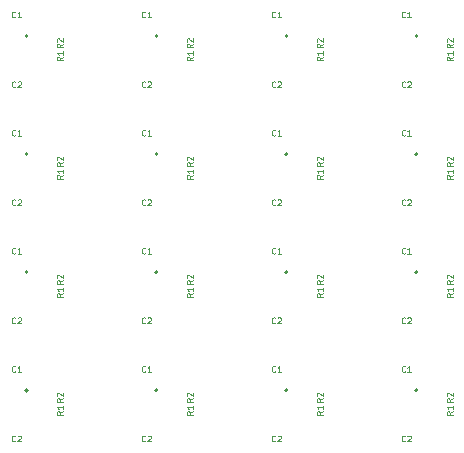
<source format=gbr>
G04 #@! TF.GenerationSoftware,KiCad,Pcbnew,5.1.5-52549c5~84~ubuntu18.04.1*
G04 #@! TF.CreationDate,2020-10-30T11:30:54+01:00*
G04 #@! TF.ProjectId,output.load_cell_panel,6f757470-7574-42e6-9c6f-61645f63656c,rev?*
G04 #@! TF.SameCoordinates,Original*
G04 #@! TF.FileFunction,Legend,Top*
G04 #@! TF.FilePolarity,Positive*
%FSLAX46Y46*%
G04 Gerber Fmt 4.6, Leading zero omitted, Abs format (unit mm)*
G04 Created by KiCad (PCBNEW 5.1.5-52549c5~84~ubuntu18.04.1) date 2020-10-30 11:30:54*
%MOMM*%
%LPD*%
G04 APERTURE LIST*
%ADD10C,0.200000*%
%ADD11C,0.125000*%
%ADD12C,0.150000*%
G04 APERTURE END LIST*
D10*
X166250000Y-91900000D02*
G75*
G03X166250000Y-91900000I-100000J0D01*
G01*
X144250000Y-81900000D02*
G75*
G03X144250000Y-81900000I-100000J0D01*
G01*
X166250000Y-101900000D02*
G75*
G03X166250000Y-101900000I-100000J0D01*
G01*
X166250000Y-71900000D02*
G75*
G03X166250000Y-71900000I-100000J0D01*
G01*
X144250000Y-101900000D02*
G75*
G03X144250000Y-101900000I-100000J0D01*
G01*
X144250000Y-91900000D02*
G75*
G03X144250000Y-91900000I-100000J0D01*
G01*
X155250000Y-71900000D02*
G75*
G03X155250000Y-71900000I-100000J0D01*
G01*
X155250000Y-81900000D02*
G75*
G03X155250000Y-81900000I-100000J0D01*
G01*
X144250000Y-71900000D02*
G75*
G03X144250000Y-71900000I-100000J0D01*
G01*
X155250000Y-101900000D02*
G75*
G03X155250000Y-101900000I-100000J0D01*
G01*
X155250000Y-91900000D02*
G75*
G03X155250000Y-91900000I-100000J0D01*
G01*
X166250000Y-81900000D02*
G75*
G03X166250000Y-81900000I-100000J0D01*
G01*
X133250000Y-91900000D02*
G75*
G03X133250000Y-91900000I-100000J0D01*
G01*
X133250000Y-101900000D02*
G75*
G03X133250000Y-101900000I-100000J0D01*
G01*
X133250000Y-81900000D02*
G75*
G03X133250000Y-81900000I-100000J0D01*
G01*
X133250000Y-71900000D02*
G75*
G03X133250000Y-71900000I-100000J0D01*
G01*
D11*
X165216666Y-96178571D02*
X165192857Y-96202380D01*
X165121428Y-96226190D01*
X165073809Y-96226190D01*
X165002380Y-96202380D01*
X164954761Y-96154761D01*
X164930952Y-96107142D01*
X164907142Y-96011904D01*
X164907142Y-95940476D01*
X164930952Y-95845238D01*
X164954761Y-95797619D01*
X165002380Y-95750000D01*
X165073809Y-95726190D01*
X165121428Y-95726190D01*
X165192857Y-95750000D01*
X165216666Y-95773809D01*
X165407142Y-95773809D02*
X165430952Y-95750000D01*
X165478571Y-95726190D01*
X165597619Y-95726190D01*
X165645238Y-95750000D01*
X165669047Y-95773809D01*
X165692857Y-95821428D01*
X165692857Y-95869047D01*
X165669047Y-95940476D01*
X165383333Y-96226190D01*
X165692857Y-96226190D01*
D12*
D11*
X154216666Y-96178571D02*
X154192857Y-96202380D01*
X154121428Y-96226190D01*
X154073809Y-96226190D01*
X154002380Y-96202380D01*
X153954761Y-96154761D01*
X153930952Y-96107142D01*
X153907142Y-96011904D01*
X153907142Y-95940476D01*
X153930952Y-95845238D01*
X153954761Y-95797619D01*
X154002380Y-95750000D01*
X154073809Y-95726190D01*
X154121428Y-95726190D01*
X154192857Y-95750000D01*
X154216666Y-95773809D01*
X154407142Y-95773809D02*
X154430952Y-95750000D01*
X154478571Y-95726190D01*
X154597619Y-95726190D01*
X154645238Y-95750000D01*
X154669047Y-95773809D01*
X154692857Y-95821428D01*
X154692857Y-95869047D01*
X154669047Y-95940476D01*
X154383333Y-96226190D01*
X154692857Y-96226190D01*
D12*
D11*
X143216666Y-96178571D02*
X143192857Y-96202380D01*
X143121428Y-96226190D01*
X143073809Y-96226190D01*
X143002380Y-96202380D01*
X142954761Y-96154761D01*
X142930952Y-96107142D01*
X142907142Y-96011904D01*
X142907142Y-95940476D01*
X142930952Y-95845238D01*
X142954761Y-95797619D01*
X143002380Y-95750000D01*
X143073809Y-95726190D01*
X143121428Y-95726190D01*
X143192857Y-95750000D01*
X143216666Y-95773809D01*
X143407142Y-95773809D02*
X143430952Y-95750000D01*
X143478571Y-95726190D01*
X143597619Y-95726190D01*
X143645238Y-95750000D01*
X143669047Y-95773809D01*
X143692857Y-95821428D01*
X143692857Y-95869047D01*
X143669047Y-95940476D01*
X143383333Y-96226190D01*
X143692857Y-96226190D01*
D12*
D11*
X154216666Y-106178571D02*
X154192857Y-106202380D01*
X154121428Y-106226190D01*
X154073809Y-106226190D01*
X154002380Y-106202380D01*
X153954761Y-106154761D01*
X153930952Y-106107142D01*
X153907142Y-106011904D01*
X153907142Y-105940476D01*
X153930952Y-105845238D01*
X153954761Y-105797619D01*
X154002380Y-105750000D01*
X154073809Y-105726190D01*
X154121428Y-105726190D01*
X154192857Y-105750000D01*
X154216666Y-105773809D01*
X154407142Y-105773809D02*
X154430952Y-105750000D01*
X154478571Y-105726190D01*
X154597619Y-105726190D01*
X154645238Y-105750000D01*
X154669047Y-105773809D01*
X154692857Y-105821428D01*
X154692857Y-105869047D01*
X154669047Y-105940476D01*
X154383333Y-106226190D01*
X154692857Y-106226190D01*
D12*
D11*
X143216666Y-106178571D02*
X143192857Y-106202380D01*
X143121428Y-106226190D01*
X143073809Y-106226190D01*
X143002380Y-106202380D01*
X142954761Y-106154761D01*
X142930952Y-106107142D01*
X142907142Y-106011904D01*
X142907142Y-105940476D01*
X142930952Y-105845238D01*
X142954761Y-105797619D01*
X143002380Y-105750000D01*
X143073809Y-105726190D01*
X143121428Y-105726190D01*
X143192857Y-105750000D01*
X143216666Y-105773809D01*
X143407142Y-105773809D02*
X143430952Y-105750000D01*
X143478571Y-105726190D01*
X143597619Y-105726190D01*
X143645238Y-105750000D01*
X143669047Y-105773809D01*
X143692857Y-105821428D01*
X143692857Y-105869047D01*
X143669047Y-105940476D01*
X143383333Y-106226190D01*
X143692857Y-106226190D01*
D12*
D11*
X165216666Y-70278571D02*
X165192857Y-70302380D01*
X165121428Y-70326190D01*
X165073809Y-70326190D01*
X165002380Y-70302380D01*
X164954761Y-70254761D01*
X164930952Y-70207142D01*
X164907142Y-70111904D01*
X164907142Y-70040476D01*
X164930952Y-69945238D01*
X164954761Y-69897619D01*
X165002380Y-69850000D01*
X165073809Y-69826190D01*
X165121428Y-69826190D01*
X165192857Y-69850000D01*
X165216666Y-69873809D01*
X165692857Y-70326190D02*
X165407142Y-70326190D01*
X165550000Y-70326190D02*
X165550000Y-69826190D01*
X165502380Y-69897619D01*
X165454761Y-69945238D01*
X165407142Y-69969047D01*
D12*
D11*
X143216666Y-90278571D02*
X143192857Y-90302380D01*
X143121428Y-90326190D01*
X143073809Y-90326190D01*
X143002380Y-90302380D01*
X142954761Y-90254761D01*
X142930952Y-90207142D01*
X142907142Y-90111904D01*
X142907142Y-90040476D01*
X142930952Y-89945238D01*
X142954761Y-89897619D01*
X143002380Y-89850000D01*
X143073809Y-89826190D01*
X143121428Y-89826190D01*
X143192857Y-89850000D01*
X143216666Y-89873809D01*
X143692857Y-90326190D02*
X143407142Y-90326190D01*
X143550000Y-90326190D02*
X143550000Y-89826190D01*
X143502380Y-89897619D01*
X143454761Y-89945238D01*
X143407142Y-89969047D01*
D12*
D11*
X169226190Y-92583333D02*
X168988095Y-92750000D01*
X169226190Y-92869047D02*
X168726190Y-92869047D01*
X168726190Y-92678571D01*
X168750000Y-92630952D01*
X168773809Y-92607142D01*
X168821428Y-92583333D01*
X168892857Y-92583333D01*
X168940476Y-92607142D01*
X168964285Y-92630952D01*
X168988095Y-92678571D01*
X168988095Y-92869047D01*
X168773809Y-92392857D02*
X168750000Y-92369047D01*
X168726190Y-92321428D01*
X168726190Y-92202380D01*
X168750000Y-92154761D01*
X168773809Y-92130952D01*
X168821428Y-92107142D01*
X168869047Y-92107142D01*
X168940476Y-92130952D01*
X169226190Y-92416666D01*
X169226190Y-92107142D01*
D12*
D11*
X158226190Y-92583333D02*
X157988095Y-92750000D01*
X158226190Y-92869047D02*
X157726190Y-92869047D01*
X157726190Y-92678571D01*
X157750000Y-92630952D01*
X157773809Y-92607142D01*
X157821428Y-92583333D01*
X157892857Y-92583333D01*
X157940476Y-92607142D01*
X157964285Y-92630952D01*
X157988095Y-92678571D01*
X157988095Y-92869047D01*
X157773809Y-92392857D02*
X157750000Y-92369047D01*
X157726190Y-92321428D01*
X157726190Y-92202380D01*
X157750000Y-92154761D01*
X157773809Y-92130952D01*
X157821428Y-92107142D01*
X157869047Y-92107142D01*
X157940476Y-92130952D01*
X158226190Y-92416666D01*
X158226190Y-92107142D01*
D12*
D11*
X169226190Y-73683333D02*
X168988095Y-73850000D01*
X169226190Y-73969047D02*
X168726190Y-73969047D01*
X168726190Y-73778571D01*
X168750000Y-73730952D01*
X168773809Y-73707142D01*
X168821428Y-73683333D01*
X168892857Y-73683333D01*
X168940476Y-73707142D01*
X168964285Y-73730952D01*
X168988095Y-73778571D01*
X168988095Y-73969047D01*
X169226190Y-73207142D02*
X169226190Y-73492857D01*
X169226190Y-73350000D02*
X168726190Y-73350000D01*
X168797619Y-73397619D01*
X168845238Y-73445238D01*
X168869047Y-73492857D01*
D12*
D11*
X154216666Y-100278571D02*
X154192857Y-100302380D01*
X154121428Y-100326190D01*
X154073809Y-100326190D01*
X154002380Y-100302380D01*
X153954761Y-100254761D01*
X153930952Y-100207142D01*
X153907142Y-100111904D01*
X153907142Y-100040476D01*
X153930952Y-99945238D01*
X153954761Y-99897619D01*
X154002380Y-99850000D01*
X154073809Y-99826190D01*
X154121428Y-99826190D01*
X154192857Y-99850000D01*
X154216666Y-99873809D01*
X154692857Y-100326190D02*
X154407142Y-100326190D01*
X154550000Y-100326190D02*
X154550000Y-99826190D01*
X154502380Y-99897619D01*
X154454761Y-99945238D01*
X154407142Y-99969047D01*
D12*
D11*
X147226190Y-93683333D02*
X146988095Y-93850000D01*
X147226190Y-93969047D02*
X146726190Y-93969047D01*
X146726190Y-93778571D01*
X146750000Y-93730952D01*
X146773809Y-93707142D01*
X146821428Y-93683333D01*
X146892857Y-93683333D01*
X146940476Y-93707142D01*
X146964285Y-93730952D01*
X146988095Y-93778571D01*
X146988095Y-93969047D01*
X147226190Y-93207142D02*
X147226190Y-93492857D01*
X147226190Y-93350000D02*
X146726190Y-93350000D01*
X146797619Y-93397619D01*
X146845238Y-93445238D01*
X146869047Y-93492857D01*
D12*
D11*
X158226190Y-93683333D02*
X157988095Y-93850000D01*
X158226190Y-93969047D02*
X157726190Y-93969047D01*
X157726190Y-93778571D01*
X157750000Y-93730952D01*
X157773809Y-93707142D01*
X157821428Y-93683333D01*
X157892857Y-93683333D01*
X157940476Y-93707142D01*
X157964285Y-93730952D01*
X157988095Y-93778571D01*
X157988095Y-93969047D01*
X158226190Y-93207142D02*
X158226190Y-93492857D01*
X158226190Y-93350000D02*
X157726190Y-93350000D01*
X157797619Y-93397619D01*
X157845238Y-93445238D01*
X157869047Y-93492857D01*
D12*
D11*
X147226190Y-92583333D02*
X146988095Y-92750000D01*
X147226190Y-92869047D02*
X146726190Y-92869047D01*
X146726190Y-92678571D01*
X146750000Y-92630952D01*
X146773809Y-92607142D01*
X146821428Y-92583333D01*
X146892857Y-92583333D01*
X146940476Y-92607142D01*
X146964285Y-92630952D01*
X146988095Y-92678571D01*
X146988095Y-92869047D01*
X146773809Y-92392857D02*
X146750000Y-92369047D01*
X146726190Y-92321428D01*
X146726190Y-92202380D01*
X146750000Y-92154761D01*
X146773809Y-92130952D01*
X146821428Y-92107142D01*
X146869047Y-92107142D01*
X146940476Y-92130952D01*
X147226190Y-92416666D01*
X147226190Y-92107142D01*
D12*
D11*
X169226190Y-93683333D02*
X168988095Y-93850000D01*
X169226190Y-93969047D02*
X168726190Y-93969047D01*
X168726190Y-93778571D01*
X168750000Y-93730952D01*
X168773809Y-93707142D01*
X168821428Y-93683333D01*
X168892857Y-93683333D01*
X168940476Y-93707142D01*
X168964285Y-93730952D01*
X168988095Y-93778571D01*
X168988095Y-93969047D01*
X169226190Y-93207142D02*
X169226190Y-93492857D01*
X169226190Y-93350000D02*
X168726190Y-93350000D01*
X168797619Y-93397619D01*
X168845238Y-93445238D01*
X168869047Y-93492857D01*
D12*
D11*
X147226190Y-83683333D02*
X146988095Y-83850000D01*
X147226190Y-83969047D02*
X146726190Y-83969047D01*
X146726190Y-83778571D01*
X146750000Y-83730952D01*
X146773809Y-83707142D01*
X146821428Y-83683333D01*
X146892857Y-83683333D01*
X146940476Y-83707142D01*
X146964285Y-83730952D01*
X146988095Y-83778571D01*
X146988095Y-83969047D01*
X147226190Y-83207142D02*
X147226190Y-83492857D01*
X147226190Y-83350000D02*
X146726190Y-83350000D01*
X146797619Y-83397619D01*
X146845238Y-83445238D01*
X146869047Y-83492857D01*
D12*
D11*
X147226190Y-73683333D02*
X146988095Y-73850000D01*
X147226190Y-73969047D02*
X146726190Y-73969047D01*
X146726190Y-73778571D01*
X146750000Y-73730952D01*
X146773809Y-73707142D01*
X146821428Y-73683333D01*
X146892857Y-73683333D01*
X146940476Y-73707142D01*
X146964285Y-73730952D01*
X146988095Y-73778571D01*
X146988095Y-73969047D01*
X147226190Y-73207142D02*
X147226190Y-73492857D01*
X147226190Y-73350000D02*
X146726190Y-73350000D01*
X146797619Y-73397619D01*
X146845238Y-73445238D01*
X146869047Y-73492857D01*
D12*
D11*
X154216666Y-90278571D02*
X154192857Y-90302380D01*
X154121428Y-90326190D01*
X154073809Y-90326190D01*
X154002380Y-90302380D01*
X153954761Y-90254761D01*
X153930952Y-90207142D01*
X153907142Y-90111904D01*
X153907142Y-90040476D01*
X153930952Y-89945238D01*
X153954761Y-89897619D01*
X154002380Y-89850000D01*
X154073809Y-89826190D01*
X154121428Y-89826190D01*
X154192857Y-89850000D01*
X154216666Y-89873809D01*
X154692857Y-90326190D02*
X154407142Y-90326190D01*
X154550000Y-90326190D02*
X154550000Y-89826190D01*
X154502380Y-89897619D01*
X154454761Y-89945238D01*
X154407142Y-89969047D01*
D12*
D11*
X147226190Y-103683333D02*
X146988095Y-103850000D01*
X147226190Y-103969047D02*
X146726190Y-103969047D01*
X146726190Y-103778571D01*
X146750000Y-103730952D01*
X146773809Y-103707142D01*
X146821428Y-103683333D01*
X146892857Y-103683333D01*
X146940476Y-103707142D01*
X146964285Y-103730952D01*
X146988095Y-103778571D01*
X146988095Y-103969047D01*
X147226190Y-103207142D02*
X147226190Y-103492857D01*
X147226190Y-103350000D02*
X146726190Y-103350000D01*
X146797619Y-103397619D01*
X146845238Y-103445238D01*
X146869047Y-103492857D01*
D12*
D11*
X169226190Y-72583333D02*
X168988095Y-72750000D01*
X169226190Y-72869047D02*
X168726190Y-72869047D01*
X168726190Y-72678571D01*
X168750000Y-72630952D01*
X168773809Y-72607142D01*
X168821428Y-72583333D01*
X168892857Y-72583333D01*
X168940476Y-72607142D01*
X168964285Y-72630952D01*
X168988095Y-72678571D01*
X168988095Y-72869047D01*
X168773809Y-72392857D02*
X168750000Y-72369047D01*
X168726190Y-72321428D01*
X168726190Y-72202380D01*
X168750000Y-72154761D01*
X168773809Y-72130952D01*
X168821428Y-72107142D01*
X168869047Y-72107142D01*
X168940476Y-72130952D01*
X169226190Y-72416666D01*
X169226190Y-72107142D01*
D12*
D11*
X165216666Y-100278571D02*
X165192857Y-100302380D01*
X165121428Y-100326190D01*
X165073809Y-100326190D01*
X165002380Y-100302380D01*
X164954761Y-100254761D01*
X164930952Y-100207142D01*
X164907142Y-100111904D01*
X164907142Y-100040476D01*
X164930952Y-99945238D01*
X164954761Y-99897619D01*
X165002380Y-99850000D01*
X165073809Y-99826190D01*
X165121428Y-99826190D01*
X165192857Y-99850000D01*
X165216666Y-99873809D01*
X165692857Y-100326190D02*
X165407142Y-100326190D01*
X165550000Y-100326190D02*
X165550000Y-99826190D01*
X165502380Y-99897619D01*
X165454761Y-99945238D01*
X165407142Y-99969047D01*
D12*
D11*
X158226190Y-103683333D02*
X157988095Y-103850000D01*
X158226190Y-103969047D02*
X157726190Y-103969047D01*
X157726190Y-103778571D01*
X157750000Y-103730952D01*
X157773809Y-103707142D01*
X157821428Y-103683333D01*
X157892857Y-103683333D01*
X157940476Y-103707142D01*
X157964285Y-103730952D01*
X157988095Y-103778571D01*
X157988095Y-103969047D01*
X158226190Y-103207142D02*
X158226190Y-103492857D01*
X158226190Y-103350000D02*
X157726190Y-103350000D01*
X157797619Y-103397619D01*
X157845238Y-103445238D01*
X157869047Y-103492857D01*
D12*
D11*
X169226190Y-103683333D02*
X168988095Y-103850000D01*
X169226190Y-103969047D02*
X168726190Y-103969047D01*
X168726190Y-103778571D01*
X168750000Y-103730952D01*
X168773809Y-103707142D01*
X168821428Y-103683333D01*
X168892857Y-103683333D01*
X168940476Y-103707142D01*
X168964285Y-103730952D01*
X168988095Y-103778571D01*
X168988095Y-103969047D01*
X169226190Y-103207142D02*
X169226190Y-103492857D01*
X169226190Y-103350000D02*
X168726190Y-103350000D01*
X168797619Y-103397619D01*
X168845238Y-103445238D01*
X168869047Y-103492857D01*
D12*
D11*
X158226190Y-102583333D02*
X157988095Y-102750000D01*
X158226190Y-102869047D02*
X157726190Y-102869047D01*
X157726190Y-102678571D01*
X157750000Y-102630952D01*
X157773809Y-102607142D01*
X157821428Y-102583333D01*
X157892857Y-102583333D01*
X157940476Y-102607142D01*
X157964285Y-102630952D01*
X157988095Y-102678571D01*
X157988095Y-102869047D01*
X157773809Y-102392857D02*
X157750000Y-102369047D01*
X157726190Y-102321428D01*
X157726190Y-102202380D01*
X157750000Y-102154761D01*
X157773809Y-102130952D01*
X157821428Y-102107142D01*
X157869047Y-102107142D01*
X157940476Y-102130952D01*
X158226190Y-102416666D01*
X158226190Y-102107142D01*
D12*
D11*
X154216666Y-80278571D02*
X154192857Y-80302380D01*
X154121428Y-80326190D01*
X154073809Y-80326190D01*
X154002380Y-80302380D01*
X153954761Y-80254761D01*
X153930952Y-80207142D01*
X153907142Y-80111904D01*
X153907142Y-80040476D01*
X153930952Y-79945238D01*
X153954761Y-79897619D01*
X154002380Y-79850000D01*
X154073809Y-79826190D01*
X154121428Y-79826190D01*
X154192857Y-79850000D01*
X154216666Y-79873809D01*
X154692857Y-80326190D02*
X154407142Y-80326190D01*
X154550000Y-80326190D02*
X154550000Y-79826190D01*
X154502380Y-79897619D01*
X154454761Y-79945238D01*
X154407142Y-79969047D01*
D12*
D11*
X158226190Y-83683333D02*
X157988095Y-83850000D01*
X158226190Y-83969047D02*
X157726190Y-83969047D01*
X157726190Y-83778571D01*
X157750000Y-83730952D01*
X157773809Y-83707142D01*
X157821428Y-83683333D01*
X157892857Y-83683333D01*
X157940476Y-83707142D01*
X157964285Y-83730952D01*
X157988095Y-83778571D01*
X157988095Y-83969047D01*
X158226190Y-83207142D02*
X158226190Y-83492857D01*
X158226190Y-83350000D02*
X157726190Y-83350000D01*
X157797619Y-83397619D01*
X157845238Y-83445238D01*
X157869047Y-83492857D01*
D12*
D11*
X165216666Y-90278571D02*
X165192857Y-90302380D01*
X165121428Y-90326190D01*
X165073809Y-90326190D01*
X165002380Y-90302380D01*
X164954761Y-90254761D01*
X164930952Y-90207142D01*
X164907142Y-90111904D01*
X164907142Y-90040476D01*
X164930952Y-89945238D01*
X164954761Y-89897619D01*
X165002380Y-89850000D01*
X165073809Y-89826190D01*
X165121428Y-89826190D01*
X165192857Y-89850000D01*
X165216666Y-89873809D01*
X165692857Y-90326190D02*
X165407142Y-90326190D01*
X165550000Y-90326190D02*
X165550000Y-89826190D01*
X165502380Y-89897619D01*
X165454761Y-89945238D01*
X165407142Y-89969047D01*
D12*
D11*
X147226190Y-102583333D02*
X146988095Y-102750000D01*
X147226190Y-102869047D02*
X146726190Y-102869047D01*
X146726190Y-102678571D01*
X146750000Y-102630952D01*
X146773809Y-102607142D01*
X146821428Y-102583333D01*
X146892857Y-102583333D01*
X146940476Y-102607142D01*
X146964285Y-102630952D01*
X146988095Y-102678571D01*
X146988095Y-102869047D01*
X146773809Y-102392857D02*
X146750000Y-102369047D01*
X146726190Y-102321428D01*
X146726190Y-102202380D01*
X146750000Y-102154761D01*
X146773809Y-102130952D01*
X146821428Y-102107142D01*
X146869047Y-102107142D01*
X146940476Y-102130952D01*
X147226190Y-102416666D01*
X147226190Y-102107142D01*
D12*
D11*
X158226190Y-73683333D02*
X157988095Y-73850000D01*
X158226190Y-73969047D02*
X157726190Y-73969047D01*
X157726190Y-73778571D01*
X157750000Y-73730952D01*
X157773809Y-73707142D01*
X157821428Y-73683333D01*
X157892857Y-73683333D01*
X157940476Y-73707142D01*
X157964285Y-73730952D01*
X157988095Y-73778571D01*
X157988095Y-73969047D01*
X158226190Y-73207142D02*
X158226190Y-73492857D01*
X158226190Y-73350000D02*
X157726190Y-73350000D01*
X157797619Y-73397619D01*
X157845238Y-73445238D01*
X157869047Y-73492857D01*
D12*
D11*
X147226190Y-82583333D02*
X146988095Y-82750000D01*
X147226190Y-82869047D02*
X146726190Y-82869047D01*
X146726190Y-82678571D01*
X146750000Y-82630952D01*
X146773809Y-82607142D01*
X146821428Y-82583333D01*
X146892857Y-82583333D01*
X146940476Y-82607142D01*
X146964285Y-82630952D01*
X146988095Y-82678571D01*
X146988095Y-82869047D01*
X146773809Y-82392857D02*
X146750000Y-82369047D01*
X146726190Y-82321428D01*
X146726190Y-82202380D01*
X146750000Y-82154761D01*
X146773809Y-82130952D01*
X146821428Y-82107142D01*
X146869047Y-82107142D01*
X146940476Y-82130952D01*
X147226190Y-82416666D01*
X147226190Y-82107142D01*
D12*
D11*
X143216666Y-70278571D02*
X143192857Y-70302380D01*
X143121428Y-70326190D01*
X143073809Y-70326190D01*
X143002380Y-70302380D01*
X142954761Y-70254761D01*
X142930952Y-70207142D01*
X142907142Y-70111904D01*
X142907142Y-70040476D01*
X142930952Y-69945238D01*
X142954761Y-69897619D01*
X143002380Y-69850000D01*
X143073809Y-69826190D01*
X143121428Y-69826190D01*
X143192857Y-69850000D01*
X143216666Y-69873809D01*
X143692857Y-70326190D02*
X143407142Y-70326190D01*
X143550000Y-70326190D02*
X143550000Y-69826190D01*
X143502380Y-69897619D01*
X143454761Y-69945238D01*
X143407142Y-69969047D01*
D12*
D11*
X169226190Y-83683333D02*
X168988095Y-83850000D01*
X169226190Y-83969047D02*
X168726190Y-83969047D01*
X168726190Y-83778571D01*
X168750000Y-83730952D01*
X168773809Y-83707142D01*
X168821428Y-83683333D01*
X168892857Y-83683333D01*
X168940476Y-83707142D01*
X168964285Y-83730952D01*
X168988095Y-83778571D01*
X168988095Y-83969047D01*
X169226190Y-83207142D02*
X169226190Y-83492857D01*
X169226190Y-83350000D02*
X168726190Y-83350000D01*
X168797619Y-83397619D01*
X168845238Y-83445238D01*
X168869047Y-83492857D01*
D12*
D11*
X143216666Y-80278571D02*
X143192857Y-80302380D01*
X143121428Y-80326190D01*
X143073809Y-80326190D01*
X143002380Y-80302380D01*
X142954761Y-80254761D01*
X142930952Y-80207142D01*
X142907142Y-80111904D01*
X142907142Y-80040476D01*
X142930952Y-79945238D01*
X142954761Y-79897619D01*
X143002380Y-79850000D01*
X143073809Y-79826190D01*
X143121428Y-79826190D01*
X143192857Y-79850000D01*
X143216666Y-79873809D01*
X143692857Y-80326190D02*
X143407142Y-80326190D01*
X143550000Y-80326190D02*
X143550000Y-79826190D01*
X143502380Y-79897619D01*
X143454761Y-79945238D01*
X143407142Y-79969047D01*
D12*
D11*
X165216666Y-80278571D02*
X165192857Y-80302380D01*
X165121428Y-80326190D01*
X165073809Y-80326190D01*
X165002380Y-80302380D01*
X164954761Y-80254761D01*
X164930952Y-80207142D01*
X164907142Y-80111904D01*
X164907142Y-80040476D01*
X164930952Y-79945238D01*
X164954761Y-79897619D01*
X165002380Y-79850000D01*
X165073809Y-79826190D01*
X165121428Y-79826190D01*
X165192857Y-79850000D01*
X165216666Y-79873809D01*
X165692857Y-80326190D02*
X165407142Y-80326190D01*
X165550000Y-80326190D02*
X165550000Y-79826190D01*
X165502380Y-79897619D01*
X165454761Y-79945238D01*
X165407142Y-79969047D01*
D12*
D11*
X169226190Y-82583333D02*
X168988095Y-82750000D01*
X169226190Y-82869047D02*
X168726190Y-82869047D01*
X168726190Y-82678571D01*
X168750000Y-82630952D01*
X168773809Y-82607142D01*
X168821428Y-82583333D01*
X168892857Y-82583333D01*
X168940476Y-82607142D01*
X168964285Y-82630952D01*
X168988095Y-82678571D01*
X168988095Y-82869047D01*
X168773809Y-82392857D02*
X168750000Y-82369047D01*
X168726190Y-82321428D01*
X168726190Y-82202380D01*
X168750000Y-82154761D01*
X168773809Y-82130952D01*
X168821428Y-82107142D01*
X168869047Y-82107142D01*
X168940476Y-82130952D01*
X169226190Y-82416666D01*
X169226190Y-82107142D01*
D12*
D11*
X158226190Y-82583333D02*
X157988095Y-82750000D01*
X158226190Y-82869047D02*
X157726190Y-82869047D01*
X157726190Y-82678571D01*
X157750000Y-82630952D01*
X157773809Y-82607142D01*
X157821428Y-82583333D01*
X157892857Y-82583333D01*
X157940476Y-82607142D01*
X157964285Y-82630952D01*
X157988095Y-82678571D01*
X157988095Y-82869047D01*
X157773809Y-82392857D02*
X157750000Y-82369047D01*
X157726190Y-82321428D01*
X157726190Y-82202380D01*
X157750000Y-82154761D01*
X157773809Y-82130952D01*
X157821428Y-82107142D01*
X157869047Y-82107142D01*
X157940476Y-82130952D01*
X158226190Y-82416666D01*
X158226190Y-82107142D01*
D12*
D11*
X169226190Y-102583333D02*
X168988095Y-102750000D01*
X169226190Y-102869047D02*
X168726190Y-102869047D01*
X168726190Y-102678571D01*
X168750000Y-102630952D01*
X168773809Y-102607142D01*
X168821428Y-102583333D01*
X168892857Y-102583333D01*
X168940476Y-102607142D01*
X168964285Y-102630952D01*
X168988095Y-102678571D01*
X168988095Y-102869047D01*
X168773809Y-102392857D02*
X168750000Y-102369047D01*
X168726190Y-102321428D01*
X168726190Y-102202380D01*
X168750000Y-102154761D01*
X168773809Y-102130952D01*
X168821428Y-102107142D01*
X168869047Y-102107142D01*
X168940476Y-102130952D01*
X169226190Y-102416666D01*
X169226190Y-102107142D01*
D12*
D11*
X154216666Y-70278571D02*
X154192857Y-70302380D01*
X154121428Y-70326190D01*
X154073809Y-70326190D01*
X154002380Y-70302380D01*
X153954761Y-70254761D01*
X153930952Y-70207142D01*
X153907142Y-70111904D01*
X153907142Y-70040476D01*
X153930952Y-69945238D01*
X153954761Y-69897619D01*
X154002380Y-69850000D01*
X154073809Y-69826190D01*
X154121428Y-69826190D01*
X154192857Y-69850000D01*
X154216666Y-69873809D01*
X154692857Y-70326190D02*
X154407142Y-70326190D01*
X154550000Y-70326190D02*
X154550000Y-69826190D01*
X154502380Y-69897619D01*
X154454761Y-69945238D01*
X154407142Y-69969047D01*
D12*
D11*
X143216666Y-100278571D02*
X143192857Y-100302380D01*
X143121428Y-100326190D01*
X143073809Y-100326190D01*
X143002380Y-100302380D01*
X142954761Y-100254761D01*
X142930952Y-100207142D01*
X142907142Y-100111904D01*
X142907142Y-100040476D01*
X142930952Y-99945238D01*
X142954761Y-99897619D01*
X143002380Y-99850000D01*
X143073809Y-99826190D01*
X143121428Y-99826190D01*
X143192857Y-99850000D01*
X143216666Y-99873809D01*
X143692857Y-100326190D02*
X143407142Y-100326190D01*
X143550000Y-100326190D02*
X143550000Y-99826190D01*
X143502380Y-99897619D01*
X143454761Y-99945238D01*
X143407142Y-99969047D01*
D12*
D11*
X143216666Y-76178571D02*
X143192857Y-76202380D01*
X143121428Y-76226190D01*
X143073809Y-76226190D01*
X143002380Y-76202380D01*
X142954761Y-76154761D01*
X142930952Y-76107142D01*
X142907142Y-76011904D01*
X142907142Y-75940476D01*
X142930952Y-75845238D01*
X142954761Y-75797619D01*
X143002380Y-75750000D01*
X143073809Y-75726190D01*
X143121428Y-75726190D01*
X143192857Y-75750000D01*
X143216666Y-75773809D01*
X143407142Y-75773809D02*
X143430952Y-75750000D01*
X143478571Y-75726190D01*
X143597619Y-75726190D01*
X143645238Y-75750000D01*
X143669047Y-75773809D01*
X143692857Y-75821428D01*
X143692857Y-75869047D01*
X143669047Y-75940476D01*
X143383333Y-76226190D01*
X143692857Y-76226190D01*
D12*
D11*
X154216666Y-86178571D02*
X154192857Y-86202380D01*
X154121428Y-86226190D01*
X154073809Y-86226190D01*
X154002380Y-86202380D01*
X153954761Y-86154761D01*
X153930952Y-86107142D01*
X153907142Y-86011904D01*
X153907142Y-85940476D01*
X153930952Y-85845238D01*
X153954761Y-85797619D01*
X154002380Y-85750000D01*
X154073809Y-85726190D01*
X154121428Y-85726190D01*
X154192857Y-85750000D01*
X154216666Y-85773809D01*
X154407142Y-85773809D02*
X154430952Y-85750000D01*
X154478571Y-85726190D01*
X154597619Y-85726190D01*
X154645238Y-85750000D01*
X154669047Y-85773809D01*
X154692857Y-85821428D01*
X154692857Y-85869047D01*
X154669047Y-85940476D01*
X154383333Y-86226190D01*
X154692857Y-86226190D01*
D12*
D11*
X165216666Y-76178571D02*
X165192857Y-76202380D01*
X165121428Y-76226190D01*
X165073809Y-76226190D01*
X165002380Y-76202380D01*
X164954761Y-76154761D01*
X164930952Y-76107142D01*
X164907142Y-76011904D01*
X164907142Y-75940476D01*
X164930952Y-75845238D01*
X164954761Y-75797619D01*
X165002380Y-75750000D01*
X165073809Y-75726190D01*
X165121428Y-75726190D01*
X165192857Y-75750000D01*
X165216666Y-75773809D01*
X165407142Y-75773809D02*
X165430952Y-75750000D01*
X165478571Y-75726190D01*
X165597619Y-75726190D01*
X165645238Y-75750000D01*
X165669047Y-75773809D01*
X165692857Y-75821428D01*
X165692857Y-75869047D01*
X165669047Y-75940476D01*
X165383333Y-76226190D01*
X165692857Y-76226190D01*
D12*
D11*
X143216666Y-86178571D02*
X143192857Y-86202380D01*
X143121428Y-86226190D01*
X143073809Y-86226190D01*
X143002380Y-86202380D01*
X142954761Y-86154761D01*
X142930952Y-86107142D01*
X142907142Y-86011904D01*
X142907142Y-85940476D01*
X142930952Y-85845238D01*
X142954761Y-85797619D01*
X143002380Y-85750000D01*
X143073809Y-85726190D01*
X143121428Y-85726190D01*
X143192857Y-85750000D01*
X143216666Y-85773809D01*
X143407142Y-85773809D02*
X143430952Y-85750000D01*
X143478571Y-85726190D01*
X143597619Y-85726190D01*
X143645238Y-85750000D01*
X143669047Y-85773809D01*
X143692857Y-85821428D01*
X143692857Y-85869047D01*
X143669047Y-85940476D01*
X143383333Y-86226190D01*
X143692857Y-86226190D01*
D12*
D11*
X154216666Y-76178571D02*
X154192857Y-76202380D01*
X154121428Y-76226190D01*
X154073809Y-76226190D01*
X154002380Y-76202380D01*
X153954761Y-76154761D01*
X153930952Y-76107142D01*
X153907142Y-76011904D01*
X153907142Y-75940476D01*
X153930952Y-75845238D01*
X153954761Y-75797619D01*
X154002380Y-75750000D01*
X154073809Y-75726190D01*
X154121428Y-75726190D01*
X154192857Y-75750000D01*
X154216666Y-75773809D01*
X154407142Y-75773809D02*
X154430952Y-75750000D01*
X154478571Y-75726190D01*
X154597619Y-75726190D01*
X154645238Y-75750000D01*
X154669047Y-75773809D01*
X154692857Y-75821428D01*
X154692857Y-75869047D01*
X154669047Y-75940476D01*
X154383333Y-76226190D01*
X154692857Y-76226190D01*
D12*
D11*
X165216666Y-106178571D02*
X165192857Y-106202380D01*
X165121428Y-106226190D01*
X165073809Y-106226190D01*
X165002380Y-106202380D01*
X164954761Y-106154761D01*
X164930952Y-106107142D01*
X164907142Y-106011904D01*
X164907142Y-105940476D01*
X164930952Y-105845238D01*
X164954761Y-105797619D01*
X165002380Y-105750000D01*
X165073809Y-105726190D01*
X165121428Y-105726190D01*
X165192857Y-105750000D01*
X165216666Y-105773809D01*
X165407142Y-105773809D02*
X165430952Y-105750000D01*
X165478571Y-105726190D01*
X165597619Y-105726190D01*
X165645238Y-105750000D01*
X165669047Y-105773809D01*
X165692857Y-105821428D01*
X165692857Y-105869047D01*
X165669047Y-105940476D01*
X165383333Y-106226190D01*
X165692857Y-106226190D01*
D12*
D11*
X165216666Y-86178571D02*
X165192857Y-86202380D01*
X165121428Y-86226190D01*
X165073809Y-86226190D01*
X165002380Y-86202380D01*
X164954761Y-86154761D01*
X164930952Y-86107142D01*
X164907142Y-86011904D01*
X164907142Y-85940476D01*
X164930952Y-85845238D01*
X164954761Y-85797619D01*
X165002380Y-85750000D01*
X165073809Y-85726190D01*
X165121428Y-85726190D01*
X165192857Y-85750000D01*
X165216666Y-85773809D01*
X165407142Y-85773809D02*
X165430952Y-85750000D01*
X165478571Y-85726190D01*
X165597619Y-85726190D01*
X165645238Y-85750000D01*
X165669047Y-85773809D01*
X165692857Y-85821428D01*
X165692857Y-85869047D01*
X165669047Y-85940476D01*
X165383333Y-86226190D01*
X165692857Y-86226190D01*
D12*
D11*
X158226190Y-72583333D02*
X157988095Y-72750000D01*
X158226190Y-72869047D02*
X157726190Y-72869047D01*
X157726190Y-72678571D01*
X157750000Y-72630952D01*
X157773809Y-72607142D01*
X157821428Y-72583333D01*
X157892857Y-72583333D01*
X157940476Y-72607142D01*
X157964285Y-72630952D01*
X157988095Y-72678571D01*
X157988095Y-72869047D01*
X157773809Y-72392857D02*
X157750000Y-72369047D01*
X157726190Y-72321428D01*
X157726190Y-72202380D01*
X157750000Y-72154761D01*
X157773809Y-72130952D01*
X157821428Y-72107142D01*
X157869047Y-72107142D01*
X157940476Y-72130952D01*
X158226190Y-72416666D01*
X158226190Y-72107142D01*
D12*
D11*
X147226190Y-72583333D02*
X146988095Y-72750000D01*
X147226190Y-72869047D02*
X146726190Y-72869047D01*
X146726190Y-72678571D01*
X146750000Y-72630952D01*
X146773809Y-72607142D01*
X146821428Y-72583333D01*
X146892857Y-72583333D01*
X146940476Y-72607142D01*
X146964285Y-72630952D01*
X146988095Y-72678571D01*
X146988095Y-72869047D01*
X146773809Y-72392857D02*
X146750000Y-72369047D01*
X146726190Y-72321428D01*
X146726190Y-72202380D01*
X146750000Y-72154761D01*
X146773809Y-72130952D01*
X146821428Y-72107142D01*
X146869047Y-72107142D01*
X146940476Y-72130952D01*
X147226190Y-72416666D01*
X147226190Y-72107142D01*
D12*
D11*
X132216666Y-106178571D02*
X132192857Y-106202380D01*
X132121428Y-106226190D01*
X132073809Y-106226190D01*
X132002380Y-106202380D01*
X131954761Y-106154761D01*
X131930952Y-106107142D01*
X131907142Y-106011904D01*
X131907142Y-105940476D01*
X131930952Y-105845238D01*
X131954761Y-105797619D01*
X132002380Y-105750000D01*
X132073809Y-105726190D01*
X132121428Y-105726190D01*
X132192857Y-105750000D01*
X132216666Y-105773809D01*
X132407142Y-105773809D02*
X132430952Y-105750000D01*
X132478571Y-105726190D01*
X132597619Y-105726190D01*
X132645238Y-105750000D01*
X132669047Y-105773809D01*
X132692857Y-105821428D01*
X132692857Y-105869047D01*
X132669047Y-105940476D01*
X132383333Y-106226190D01*
X132692857Y-106226190D01*
D12*
D11*
X136226190Y-103683333D02*
X135988095Y-103850000D01*
X136226190Y-103969047D02*
X135726190Y-103969047D01*
X135726190Y-103778571D01*
X135750000Y-103730952D01*
X135773809Y-103707142D01*
X135821428Y-103683333D01*
X135892857Y-103683333D01*
X135940476Y-103707142D01*
X135964285Y-103730952D01*
X135988095Y-103778571D01*
X135988095Y-103969047D01*
X136226190Y-103207142D02*
X136226190Y-103492857D01*
X136226190Y-103350000D02*
X135726190Y-103350000D01*
X135797619Y-103397619D01*
X135845238Y-103445238D01*
X135869047Y-103492857D01*
D12*
D11*
X136226190Y-82583333D02*
X135988095Y-82750000D01*
X136226190Y-82869047D02*
X135726190Y-82869047D01*
X135726190Y-82678571D01*
X135750000Y-82630952D01*
X135773809Y-82607142D01*
X135821428Y-82583333D01*
X135892857Y-82583333D01*
X135940476Y-82607142D01*
X135964285Y-82630952D01*
X135988095Y-82678571D01*
X135988095Y-82869047D01*
X135773809Y-82392857D02*
X135750000Y-82369047D01*
X135726190Y-82321428D01*
X135726190Y-82202380D01*
X135750000Y-82154761D01*
X135773809Y-82130952D01*
X135821428Y-82107142D01*
X135869047Y-82107142D01*
X135940476Y-82130952D01*
X136226190Y-82416666D01*
X136226190Y-82107142D01*
D12*
D11*
X132216666Y-90278571D02*
X132192857Y-90302380D01*
X132121428Y-90326190D01*
X132073809Y-90326190D01*
X132002380Y-90302380D01*
X131954761Y-90254761D01*
X131930952Y-90207142D01*
X131907142Y-90111904D01*
X131907142Y-90040476D01*
X131930952Y-89945238D01*
X131954761Y-89897619D01*
X132002380Y-89850000D01*
X132073809Y-89826190D01*
X132121428Y-89826190D01*
X132192857Y-89850000D01*
X132216666Y-89873809D01*
X132692857Y-90326190D02*
X132407142Y-90326190D01*
X132550000Y-90326190D02*
X132550000Y-89826190D01*
X132502380Y-89897619D01*
X132454761Y-89945238D01*
X132407142Y-89969047D01*
D12*
D11*
X136226190Y-83683333D02*
X135988095Y-83850000D01*
X136226190Y-83969047D02*
X135726190Y-83969047D01*
X135726190Y-83778571D01*
X135750000Y-83730952D01*
X135773809Y-83707142D01*
X135821428Y-83683333D01*
X135892857Y-83683333D01*
X135940476Y-83707142D01*
X135964285Y-83730952D01*
X135988095Y-83778571D01*
X135988095Y-83969047D01*
X136226190Y-83207142D02*
X136226190Y-83492857D01*
X136226190Y-83350000D02*
X135726190Y-83350000D01*
X135797619Y-83397619D01*
X135845238Y-83445238D01*
X135869047Y-83492857D01*
D12*
D11*
X136226190Y-102583333D02*
X135988095Y-102750000D01*
X136226190Y-102869047D02*
X135726190Y-102869047D01*
X135726190Y-102678571D01*
X135750000Y-102630952D01*
X135773809Y-102607142D01*
X135821428Y-102583333D01*
X135892857Y-102583333D01*
X135940476Y-102607142D01*
X135964285Y-102630952D01*
X135988095Y-102678571D01*
X135988095Y-102869047D01*
X135773809Y-102392857D02*
X135750000Y-102369047D01*
X135726190Y-102321428D01*
X135726190Y-102202380D01*
X135750000Y-102154761D01*
X135773809Y-102130952D01*
X135821428Y-102107142D01*
X135869047Y-102107142D01*
X135940476Y-102130952D01*
X136226190Y-102416666D01*
X136226190Y-102107142D01*
D12*
D11*
X132216666Y-100278571D02*
X132192857Y-100302380D01*
X132121428Y-100326190D01*
X132073809Y-100326190D01*
X132002380Y-100302380D01*
X131954761Y-100254761D01*
X131930952Y-100207142D01*
X131907142Y-100111904D01*
X131907142Y-100040476D01*
X131930952Y-99945238D01*
X131954761Y-99897619D01*
X132002380Y-99850000D01*
X132073809Y-99826190D01*
X132121428Y-99826190D01*
X132192857Y-99850000D01*
X132216666Y-99873809D01*
X132692857Y-100326190D02*
X132407142Y-100326190D01*
X132550000Y-100326190D02*
X132550000Y-99826190D01*
X132502380Y-99897619D01*
X132454761Y-99945238D01*
X132407142Y-99969047D01*
D12*
D11*
X132216666Y-80278571D02*
X132192857Y-80302380D01*
X132121428Y-80326190D01*
X132073809Y-80326190D01*
X132002380Y-80302380D01*
X131954761Y-80254761D01*
X131930952Y-80207142D01*
X131907142Y-80111904D01*
X131907142Y-80040476D01*
X131930952Y-79945238D01*
X131954761Y-79897619D01*
X132002380Y-79850000D01*
X132073809Y-79826190D01*
X132121428Y-79826190D01*
X132192857Y-79850000D01*
X132216666Y-79873809D01*
X132692857Y-80326190D02*
X132407142Y-80326190D01*
X132550000Y-80326190D02*
X132550000Y-79826190D01*
X132502380Y-79897619D01*
X132454761Y-79945238D01*
X132407142Y-79969047D01*
D12*
D11*
X136226190Y-93683333D02*
X135988095Y-93850000D01*
X136226190Y-93969047D02*
X135726190Y-93969047D01*
X135726190Y-93778571D01*
X135750000Y-93730952D01*
X135773809Y-93707142D01*
X135821428Y-93683333D01*
X135892857Y-93683333D01*
X135940476Y-93707142D01*
X135964285Y-93730952D01*
X135988095Y-93778571D01*
X135988095Y-93969047D01*
X136226190Y-93207142D02*
X136226190Y-93492857D01*
X136226190Y-93350000D02*
X135726190Y-93350000D01*
X135797619Y-93397619D01*
X135845238Y-93445238D01*
X135869047Y-93492857D01*
D12*
D11*
X136226190Y-92583333D02*
X135988095Y-92750000D01*
X136226190Y-92869047D02*
X135726190Y-92869047D01*
X135726190Y-92678571D01*
X135750000Y-92630952D01*
X135773809Y-92607142D01*
X135821428Y-92583333D01*
X135892857Y-92583333D01*
X135940476Y-92607142D01*
X135964285Y-92630952D01*
X135988095Y-92678571D01*
X135988095Y-92869047D01*
X135773809Y-92392857D02*
X135750000Y-92369047D01*
X135726190Y-92321428D01*
X135726190Y-92202380D01*
X135750000Y-92154761D01*
X135773809Y-92130952D01*
X135821428Y-92107142D01*
X135869047Y-92107142D01*
X135940476Y-92130952D01*
X136226190Y-92416666D01*
X136226190Y-92107142D01*
D12*
D11*
X132216666Y-86178571D02*
X132192857Y-86202380D01*
X132121428Y-86226190D01*
X132073809Y-86226190D01*
X132002380Y-86202380D01*
X131954761Y-86154761D01*
X131930952Y-86107142D01*
X131907142Y-86011904D01*
X131907142Y-85940476D01*
X131930952Y-85845238D01*
X131954761Y-85797619D01*
X132002380Y-85750000D01*
X132073809Y-85726190D01*
X132121428Y-85726190D01*
X132192857Y-85750000D01*
X132216666Y-85773809D01*
X132407142Y-85773809D02*
X132430952Y-85750000D01*
X132478571Y-85726190D01*
X132597619Y-85726190D01*
X132645238Y-85750000D01*
X132669047Y-85773809D01*
X132692857Y-85821428D01*
X132692857Y-85869047D01*
X132669047Y-85940476D01*
X132383333Y-86226190D01*
X132692857Y-86226190D01*
D12*
D11*
X132216666Y-96178571D02*
X132192857Y-96202380D01*
X132121428Y-96226190D01*
X132073809Y-96226190D01*
X132002380Y-96202380D01*
X131954761Y-96154761D01*
X131930952Y-96107142D01*
X131907142Y-96011904D01*
X131907142Y-95940476D01*
X131930952Y-95845238D01*
X131954761Y-95797619D01*
X132002380Y-95750000D01*
X132073809Y-95726190D01*
X132121428Y-95726190D01*
X132192857Y-95750000D01*
X132216666Y-95773809D01*
X132407142Y-95773809D02*
X132430952Y-95750000D01*
X132478571Y-95726190D01*
X132597619Y-95726190D01*
X132645238Y-95750000D01*
X132669047Y-95773809D01*
X132692857Y-95821428D01*
X132692857Y-95869047D01*
X132669047Y-95940476D01*
X132383333Y-96226190D01*
X132692857Y-96226190D01*
D12*
D11*
X132216666Y-70278571D02*
X132192857Y-70302380D01*
X132121428Y-70326190D01*
X132073809Y-70326190D01*
X132002380Y-70302380D01*
X131954761Y-70254761D01*
X131930952Y-70207142D01*
X131907142Y-70111904D01*
X131907142Y-70040476D01*
X131930952Y-69945238D01*
X131954761Y-69897619D01*
X132002380Y-69850000D01*
X132073809Y-69826190D01*
X132121428Y-69826190D01*
X132192857Y-69850000D01*
X132216666Y-69873809D01*
X132692857Y-70326190D02*
X132407142Y-70326190D01*
X132550000Y-70326190D02*
X132550000Y-69826190D01*
X132502380Y-69897619D01*
X132454761Y-69945238D01*
X132407142Y-69969047D01*
D12*
D11*
X132216666Y-76178571D02*
X132192857Y-76202380D01*
X132121428Y-76226190D01*
X132073809Y-76226190D01*
X132002380Y-76202380D01*
X131954761Y-76154761D01*
X131930952Y-76107142D01*
X131907142Y-76011904D01*
X131907142Y-75940476D01*
X131930952Y-75845238D01*
X131954761Y-75797619D01*
X132002380Y-75750000D01*
X132073809Y-75726190D01*
X132121428Y-75726190D01*
X132192857Y-75750000D01*
X132216666Y-75773809D01*
X132407142Y-75773809D02*
X132430952Y-75750000D01*
X132478571Y-75726190D01*
X132597619Y-75726190D01*
X132645238Y-75750000D01*
X132669047Y-75773809D01*
X132692857Y-75821428D01*
X132692857Y-75869047D01*
X132669047Y-75940476D01*
X132383333Y-76226190D01*
X132692857Y-76226190D01*
D12*
D11*
X136226190Y-73683333D02*
X135988095Y-73850000D01*
X136226190Y-73969047D02*
X135726190Y-73969047D01*
X135726190Y-73778571D01*
X135750000Y-73730952D01*
X135773809Y-73707142D01*
X135821428Y-73683333D01*
X135892857Y-73683333D01*
X135940476Y-73707142D01*
X135964285Y-73730952D01*
X135988095Y-73778571D01*
X135988095Y-73969047D01*
X136226190Y-73207142D02*
X136226190Y-73492857D01*
X136226190Y-73350000D02*
X135726190Y-73350000D01*
X135797619Y-73397619D01*
X135845238Y-73445238D01*
X135869047Y-73492857D01*
D12*
D11*
X136226190Y-72583333D02*
X135988095Y-72750000D01*
X136226190Y-72869047D02*
X135726190Y-72869047D01*
X135726190Y-72678571D01*
X135750000Y-72630952D01*
X135773809Y-72607142D01*
X135821428Y-72583333D01*
X135892857Y-72583333D01*
X135940476Y-72607142D01*
X135964285Y-72630952D01*
X135988095Y-72678571D01*
X135988095Y-72869047D01*
X135773809Y-72392857D02*
X135750000Y-72369047D01*
X135726190Y-72321428D01*
X135726190Y-72202380D01*
X135750000Y-72154761D01*
X135773809Y-72130952D01*
X135821428Y-72107142D01*
X135869047Y-72107142D01*
X135940476Y-72130952D01*
X136226190Y-72416666D01*
X136226190Y-72107142D01*
D12*
M02*

</source>
